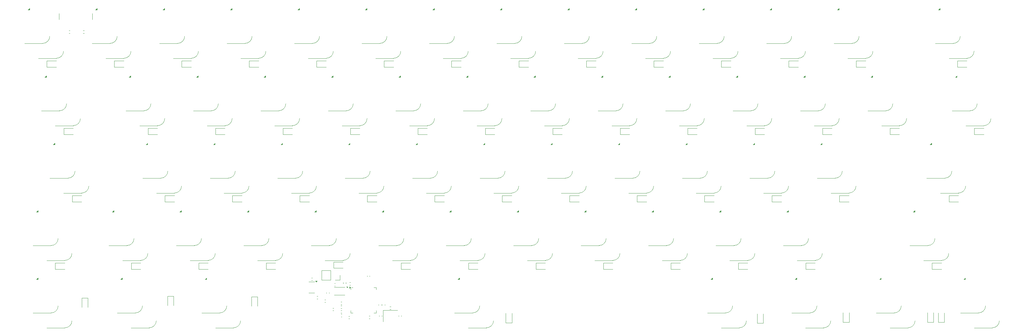
<source format=gbr>
%TF.GenerationSoftware,KiCad,Pcbnew,8.0.3*%
%TF.CreationDate,2024-11-03T20:57:16+08:00*%
%TF.ProjectId,PH60_Rev2,50483630-5f52-4657-9632-2e6b69636164,rev?*%
%TF.SameCoordinates,Original*%
%TF.FileFunction,Legend,Bot*%
%TF.FilePolarity,Positive*%
%FSLAX46Y46*%
G04 Gerber Fmt 4.6, Leading zero omitted, Abs format (unit mm)*
G04 Created by KiCad (PCBNEW 8.0.3) date 2024-11-03 20:57:16*
%MOMM*%
%LPD*%
G01*
G04 APERTURE LIST*
%ADD10C,0.120000*%
G04 APERTURE END LIST*
D10*
%TO.C,S30*%
X71637500Y-78900000D02*
X66537500Y-78900000D01*
X75537500Y-83100000D02*
X70437500Y-83100000D01*
X73637500Y-76900000D02*
G75*
G02*
X71637500Y-78900000I-1999999J-1D01*
G01*
X77537500Y-81100000D02*
G75*
G02*
X75537500Y-83100000I-1999999J-1D01*
G01*
%TO.C,S27*%
X276425000Y-59850000D02*
X271325000Y-59850000D01*
X280325000Y-64050000D02*
X275225000Y-64050000D01*
X278425000Y-57850000D02*
G75*
G02*
X276425000Y-59850000I-1999999J-1D01*
G01*
X282325000Y-62050000D02*
G75*
G02*
X280325000Y-64050000I-1999999J-1D01*
G01*
%TO.C,S42*%
X40681250Y-97950000D02*
X35581250Y-97950000D01*
X44581250Y-102150000D02*
X39481250Y-102150000D01*
X42681250Y-95950000D02*
G75*
G02*
X40681250Y-97950000I-1999999J-1D01*
G01*
X46581250Y-100150000D02*
G75*
G02*
X44581250Y-102150000I-1999999J-1D01*
G01*
%TO.C,S32*%
X109737500Y-78900000D02*
X104637500Y-78900000D01*
X113637500Y-83100000D02*
X108537500Y-83100000D01*
X111737500Y-76900000D02*
G75*
G02*
X109737500Y-78900000I-1999999J-1D01*
G01*
X115637500Y-81100000D02*
G75*
G02*
X113637500Y-83100000I-1999999J-1D01*
G01*
%TO.C,S38*%
X224037500Y-78900000D02*
X218937500Y-78900000D01*
X227937500Y-83100000D02*
X222837500Y-83100000D01*
X226037500Y-76900000D02*
G75*
G02*
X224037500Y-78900000I-1999999J-1D01*
G01*
X229937500Y-81100000D02*
G75*
G02*
X227937500Y-83100000I-1999999J-1D01*
G01*
%TO.C,S35*%
X166887500Y-78900000D02*
X161787500Y-78900000D01*
X170787500Y-83100000D02*
X165687500Y-83100000D01*
X168887500Y-76900000D02*
G75*
G02*
X166887500Y-78900000I-1999999J-1D01*
G01*
X172787500Y-81100000D02*
G75*
G02*
X170787500Y-83100000I-1999999J-1D01*
G01*
%TO.C,S4*%
X95450000Y-40800000D02*
X90350000Y-40800000D01*
X99350000Y-45000000D02*
X94250000Y-45000000D01*
X97450000Y-38800000D02*
G75*
G02*
X95450000Y-40800000I-1999999J-1D01*
G01*
X101350000Y-43000000D02*
G75*
G02*
X99350000Y-45000000I-1999999J-1D01*
G01*
%TO.C,S2*%
X57350000Y-40800000D02*
X52250000Y-40800000D01*
X61250000Y-45000000D02*
X56150000Y-45000000D01*
X59350000Y-38800000D02*
G75*
G02*
X57350000Y-40800000I-1999999J-1D01*
G01*
X63250000Y-43000000D02*
G75*
G02*
X61250000Y-45000000I-1999999J-1D01*
G01*
%TO.C,S22*%
X181175000Y-59850000D02*
X176075000Y-59850000D01*
X185075000Y-64050000D02*
X179975000Y-64050000D01*
X183175000Y-57850000D02*
G75*
G02*
X181175000Y-59850000I-1999999J-1D01*
G01*
X187075000Y-62050000D02*
G75*
G02*
X185075000Y-64050000I-1999999J-1D01*
G01*
%TO.C,S28*%
X300237500Y-59850000D02*
X295137500Y-59850000D01*
X304137500Y-64050000D02*
X299037500Y-64050000D01*
X302237500Y-57850000D02*
G75*
G02*
X300237500Y-59850000I-1999999J-1D01*
G01*
X306137500Y-62050000D02*
G75*
G02*
X304137500Y-64050000I-1999999J-1D01*
G01*
%TO.C,S46*%
X119262500Y-97950000D02*
X114162500Y-97950000D01*
X123162500Y-102150000D02*
X118062500Y-102150000D01*
X121262500Y-95950000D02*
G75*
G02*
X119262500Y-97950000I-1999999J-1D01*
G01*
X125162500Y-100150000D02*
G75*
G02*
X123162500Y-102150000I-1999999J-1D01*
G01*
%TO.C,S1*%
X38300000Y-40800000D02*
X33200000Y-40800000D01*
X42200000Y-45000000D02*
X37100000Y-45000000D01*
X40300000Y-38800000D02*
G75*
G02*
X38300000Y-40800000I-1999999J-1D01*
G01*
X44200000Y-43000000D02*
G75*
G02*
X42200000Y-45000000I-1999999J-1D01*
G01*
%TO.C,S54*%
X288331250Y-97950000D02*
X283231250Y-97950000D01*
X292231250Y-102150000D02*
X287131250Y-102150000D01*
X290331250Y-95950000D02*
G75*
G02*
X288331250Y-97950000I-1999999J-1D01*
G01*
X294231250Y-100150000D02*
G75*
G02*
X292231250Y-102150000I-1999999J-1D01*
G01*
%TO.C,S10*%
X209750000Y-40800000D02*
X204650000Y-40800000D01*
X213650000Y-45000000D02*
X208550000Y-45000000D01*
X211750000Y-38800000D02*
G75*
G02*
X209750000Y-40800000I-1999999J-1D01*
G01*
X215650000Y-43000000D02*
G75*
G02*
X213650000Y-45000000I-1999999J-1D01*
G01*
%TO.C,S34*%
X147837500Y-78900000D02*
X142737500Y-78900000D01*
X151737500Y-83100000D02*
X146637500Y-83100000D01*
X149837500Y-76900000D02*
G75*
G02*
X147837500Y-78900000I-1999999J-1D01*
G01*
X153737500Y-81100000D02*
G75*
G02*
X151737500Y-83100000I-1999999J-1D01*
G01*
%TO.C,S15*%
X43062500Y-59850000D02*
X37962500Y-59850000D01*
X46962500Y-64050000D02*
X41862500Y-64050000D01*
X45062500Y-57850000D02*
G75*
G02*
X43062500Y-59850000I-1999999J-1D01*
G01*
X48962500Y-62050000D02*
G75*
G02*
X46962500Y-64050000I-1999999J-1D01*
G01*
%TO.C,S56*%
X64493750Y-117000000D02*
X59393750Y-117000000D01*
X68393750Y-121200000D02*
X63293750Y-121200000D01*
X66493750Y-115000000D02*
G75*
G02*
X64493750Y-117000000I-1999999J-1D01*
G01*
X70393750Y-119200000D02*
G75*
G02*
X68393750Y-121200000I-1999999J-1D01*
G01*
%TO.C,S20*%
X143075000Y-59850000D02*
X137975000Y-59850000D01*
X146975000Y-64050000D02*
X141875000Y-64050000D01*
X145075000Y-57850000D02*
G75*
G02*
X143075000Y-59850000I-1999999J-1D01*
G01*
X148975000Y-62050000D02*
G75*
G02*
X146975000Y-64050000I-1999999J-1D01*
G01*
%TO.C,S17*%
X85925000Y-59850000D02*
X80825000Y-59850000D01*
X89825000Y-64050000D02*
X84725000Y-64050000D01*
X87925000Y-57850000D02*
G75*
G02*
X85925000Y-59850000I-1999999J-1D01*
G01*
X91825000Y-62050000D02*
G75*
G02*
X89825000Y-64050000I-1999999J-1D01*
G01*
%TO.C,S31*%
X90687500Y-78900000D02*
X85587500Y-78900000D01*
X94587500Y-83100000D02*
X89487500Y-83100000D01*
X92687500Y-76900000D02*
G75*
G02*
X90687500Y-78900000I-1999999J-1D01*
G01*
X96587500Y-81100000D02*
G75*
G02*
X94587500Y-83100000I-1999999J-1D01*
G01*
%TO.C,S48*%
X157362500Y-97950000D02*
X152262500Y-97950000D01*
X161262500Y-102150000D02*
X156162500Y-102150000D01*
X159362500Y-95950000D02*
G75*
G02*
X157362500Y-97950000I-1999999J-1D01*
G01*
X163262500Y-100150000D02*
G75*
G02*
X161262500Y-102150000I-1999999J-1D01*
G01*
%TO.C,S51*%
X214512500Y-97950000D02*
X209412500Y-97950000D01*
X218412500Y-102150000D02*
X213312500Y-102150000D01*
X216512500Y-95950000D02*
G75*
G02*
X214512500Y-97950000I-1999999J-1D01*
G01*
X220412500Y-100150000D02*
G75*
G02*
X218412500Y-102150000I-1999999J-1D01*
G01*
%TO.C,S23*%
X200225000Y-59850000D02*
X195125000Y-59850000D01*
X204125000Y-64050000D02*
X199025000Y-64050000D01*
X202225000Y-57850000D02*
G75*
G02*
X200225000Y-59850000I-1999999J-1D01*
G01*
X206125000Y-62050000D02*
G75*
G02*
X204125000Y-64050000I-1999999J-1D01*
G01*
%TO.C,S50*%
X195462500Y-97950000D02*
X190362500Y-97950000D01*
X199362500Y-102150000D02*
X194262500Y-102150000D01*
X197462500Y-95950000D02*
G75*
G02*
X195462500Y-97950000I-1999999J-1D01*
G01*
X201362500Y-100150000D02*
G75*
G02*
X199362500Y-102150000I-1999999J-1D01*
G01*
%TO.C,S18*%
X104975000Y-59850000D02*
X99875000Y-59850000D01*
X108875000Y-64050000D02*
X103775000Y-64050000D01*
X106975000Y-57850000D02*
G75*
G02*
X104975000Y-59850000I-1999999J-1D01*
G01*
X110875000Y-62050000D02*
G75*
G02*
X108875000Y-64050000I-1999999J-1D01*
G01*
%TO.C,S33*%
X128787500Y-78900000D02*
X123687500Y-78900000D01*
X132687500Y-83100000D02*
X127587500Y-83100000D01*
X130787500Y-76900000D02*
G75*
G02*
X128787500Y-78900000I-1999999J-1D01*
G01*
X134687500Y-81100000D02*
G75*
G02*
X132687500Y-83100000I-1999999J-1D01*
G01*
%TO.C,S61*%
X278806250Y-117000000D02*
X273706250Y-117000000D01*
X282706250Y-121200000D02*
X277606250Y-121200000D01*
X280806250Y-115000000D02*
G75*
G02*
X278806250Y-117000000I-1999999J-1D01*
G01*
X284706250Y-119200000D02*
G75*
G02*
X282706250Y-121200000I-1999999J-1D01*
G01*
%TO.C,S16*%
X66875000Y-59850000D02*
X61775000Y-59850000D01*
X70775000Y-64050000D02*
X65675000Y-64050000D01*
X68875000Y-57850000D02*
G75*
G02*
X66875000Y-59850000I-1999999J-1D01*
G01*
X72775000Y-62050000D02*
G75*
G02*
X70775000Y-64050000I-1999999J-1D01*
G01*
%TO.C,S60*%
X254993750Y-117000000D02*
X249893750Y-117000000D01*
X258893750Y-121200000D02*
X253793750Y-121200000D01*
X256993750Y-115000000D02*
G75*
G02*
X254993750Y-117000000I-1999999J-1D01*
G01*
X260893750Y-119200000D02*
G75*
G02*
X258893750Y-121200000I-1999999J-1D01*
G01*
%TO.C,S58*%
X159743750Y-117000000D02*
X154643750Y-117000000D01*
X163643750Y-121200000D02*
X158543750Y-121200000D01*
X161743750Y-115000000D02*
G75*
G02*
X159743750Y-117000000I-1999999J-1D01*
G01*
X165643750Y-119200000D02*
G75*
G02*
X163643750Y-121200000I-1999999J-1D01*
G01*
%TO.C,S24*%
X219275000Y-59850000D02*
X214175000Y-59850000D01*
X223175000Y-64050000D02*
X218075000Y-64050000D01*
X221275000Y-57850000D02*
G75*
G02*
X219275000Y-59850000I-1999999J-1D01*
G01*
X225175000Y-62050000D02*
G75*
G02*
X223175000Y-64050000I-1999999J-1D01*
G01*
%TO.C,S29*%
X45443750Y-78900000D02*
X40343750Y-78900000D01*
X49343750Y-83100000D02*
X44243750Y-83100000D01*
X47443750Y-76900000D02*
G75*
G02*
X45443750Y-78900000I-1999999J-1D01*
G01*
X51343750Y-81100000D02*
G75*
G02*
X49343750Y-83100000I-1999999J-1D01*
G01*
%TO.C,S37*%
X204987500Y-78900000D02*
X199887500Y-78900000D01*
X208887500Y-83100000D02*
X203787500Y-83100000D01*
X206987500Y-76900000D02*
G75*
G02*
X204987500Y-78900000I-1999999J-1D01*
G01*
X210887500Y-81100000D02*
G75*
G02*
X208887500Y-83100000I-1999999J-1D01*
G01*
%TO.C,S43*%
X62112500Y-97950000D02*
X57012500Y-97950000D01*
X66012500Y-102150000D02*
X60912500Y-102150000D01*
X64112500Y-95950000D02*
G75*
G02*
X62112500Y-97950000I-1999999J-1D01*
G01*
X68012500Y-100150000D02*
G75*
G02*
X66012500Y-102150000I-1999999J-1D01*
G01*
%TO.C,S3*%
X76400000Y-40800000D02*
X71300000Y-40800000D01*
X80300000Y-45000000D02*
X75200000Y-45000000D01*
X78400000Y-38800000D02*
G75*
G02*
X76400000Y-40800000I-1999999J-1D01*
G01*
X82300000Y-43000000D02*
G75*
G02*
X80300000Y-45000000I-1999999J-1D01*
G01*
%TO.C,S36*%
X185937500Y-78900000D02*
X180837500Y-78900000D01*
X189837500Y-83100000D02*
X184737500Y-83100000D01*
X187937500Y-76900000D02*
G75*
G02*
X185937500Y-78900000I-1999999J-1D01*
G01*
X191837500Y-81100000D02*
G75*
G02*
X189837500Y-83100000I-1999999J-1D01*
G01*
%TO.C,S6*%
X133550000Y-40800000D02*
X128450000Y-40800000D01*
X137450000Y-45000000D02*
X132350000Y-45000000D01*
X135550000Y-38800000D02*
G75*
G02*
X133550000Y-40800000I-1999999J-1D01*
G01*
X139450000Y-43000000D02*
G75*
G02*
X137450000Y-45000000I-1999999J-1D01*
G01*
%TO.C,S55*%
X40681250Y-117000000D02*
X35581250Y-117000000D01*
X44581250Y-121200000D02*
X39481250Y-121200000D01*
X42681250Y-115000000D02*
G75*
G02*
X40681250Y-117000000I-1999999J-1D01*
G01*
X46581250Y-119200000D02*
G75*
G02*
X44581250Y-121200000I-1999999J-1D01*
G01*
%TO.C,S25*%
X238325000Y-59850000D02*
X233225000Y-59850000D01*
X242225000Y-64050000D02*
X237125000Y-64050000D01*
X240325000Y-57850000D02*
G75*
G02*
X238325000Y-59850000I-1999999J-1D01*
G01*
X244225000Y-62050000D02*
G75*
G02*
X242225000Y-64050000I-1999999J-1D01*
G01*
%TO.C,S9*%
X190700000Y-40800000D02*
X185600000Y-40800000D01*
X194600000Y-45000000D02*
X189500000Y-45000000D01*
X192700000Y-38800000D02*
G75*
G02*
X190700000Y-40800000I-1999999J-1D01*
G01*
X196600000Y-43000000D02*
G75*
G02*
X194600000Y-45000000I-1999999J-1D01*
G01*
%TO.C,S26*%
X257375000Y-59850000D02*
X252275000Y-59850000D01*
X261275000Y-64050000D02*
X256175000Y-64050000D01*
X259375000Y-57850000D02*
G75*
G02*
X257375000Y-59850000I-1999999J-1D01*
G01*
X263275000Y-62050000D02*
G75*
G02*
X261275000Y-64050000I-1999999J-1D01*
G01*
%TO.C,S11*%
X228800000Y-40800000D02*
X223700000Y-40800000D01*
X232700000Y-45000000D02*
X227600000Y-45000000D01*
X230800000Y-38800000D02*
G75*
G02*
X228800000Y-40800000I-1999999J-1D01*
G01*
X234700000Y-43000000D02*
G75*
G02*
X232700000Y-45000000I-1999999J-1D01*
G01*
%TO.C,S59*%
X231181250Y-117000000D02*
X226081250Y-117000000D01*
X235081250Y-121200000D02*
X229981250Y-121200000D01*
X233181250Y-115000000D02*
G75*
G02*
X231181250Y-117000000I-1999999J-1D01*
G01*
X237081250Y-119200000D02*
G75*
G02*
X235081250Y-121200000I-1999999J-1D01*
G01*
%TO.C,S53*%
X252612500Y-97950000D02*
X247512500Y-97950000D01*
X256512500Y-102150000D02*
X251412500Y-102150000D01*
X254612500Y-95950000D02*
G75*
G02*
X252612500Y-97950000I-1999999J-1D01*
G01*
X258512500Y-100150000D02*
G75*
G02*
X256512500Y-102150000I-1999999J-1D01*
G01*
%TO.C,S12*%
X247850000Y-40800000D02*
X242750000Y-40800000D01*
X251750000Y-45000000D02*
X246650000Y-45000000D01*
X249850000Y-38800000D02*
G75*
G02*
X247850000Y-40800000I-1999999J-1D01*
G01*
X253750000Y-43000000D02*
G75*
G02*
X251750000Y-45000000I-1999999J-1D01*
G01*
%TO.C,S57*%
X88306250Y-117000000D02*
X83206250Y-117000000D01*
X92206250Y-121200000D02*
X87106250Y-121200000D01*
X90306250Y-115000000D02*
G75*
G02*
X88306250Y-117000000I-1999999J-1D01*
G01*
X94206250Y-119200000D02*
G75*
G02*
X92206250Y-121200000I-1999999J-1D01*
G01*
%TO.C,S8*%
X171650000Y-40800000D02*
X166550000Y-40800000D01*
X175550000Y-45000000D02*
X170450000Y-45000000D01*
X173650000Y-38800000D02*
G75*
G02*
X171650000Y-40800000I-1999999J-1D01*
G01*
X177550000Y-43000000D02*
G75*
G02*
X175550000Y-45000000I-1999999J-1D01*
G01*
%TO.C,S13*%
X266900000Y-40800000D02*
X261800000Y-40800000D01*
X270800000Y-45000000D02*
X265700000Y-45000000D01*
X268900000Y-38800000D02*
G75*
G02*
X266900000Y-40800000I-1999999J-1D01*
G01*
X272800000Y-43000000D02*
G75*
G02*
X270800000Y-45000000I-1999999J-1D01*
G01*
%TO.C,S14*%
X295475000Y-40800000D02*
X290375000Y-40800000D01*
X299375000Y-45000000D02*
X294275000Y-45000000D01*
X297475000Y-38800000D02*
G75*
G02*
X295475000Y-40800000I-1999999J-1D01*
G01*
X301375000Y-43000000D02*
G75*
G02*
X299375000Y-45000000I-1999999J-1D01*
G01*
%TO.C,S21*%
X162125000Y-59850000D02*
X157025000Y-59850000D01*
X166025000Y-64050000D02*
X160925000Y-64050000D01*
X164125000Y-57850000D02*
G75*
G02*
X162125000Y-59850000I-1999999J-1D01*
G01*
X168025000Y-62050000D02*
G75*
G02*
X166025000Y-64050000I-1999999J-1D01*
G01*
%TO.C,S19*%
X124025000Y-59850000D02*
X118925000Y-59850000D01*
X127925000Y-64050000D02*
X122825000Y-64050000D01*
X126025000Y-57850000D02*
G75*
G02*
X124025000Y-59850000I-1999999J-1D01*
G01*
X129925000Y-62050000D02*
G75*
G02*
X127925000Y-64050000I-1999999J-1D01*
G01*
%TO.C,S5*%
X114500000Y-40800000D02*
X109400000Y-40800000D01*
X118400000Y-45000000D02*
X113300000Y-45000000D01*
X116500000Y-38800000D02*
G75*
G02*
X114500000Y-40800000I-1999999J-1D01*
G01*
X120400000Y-43000000D02*
G75*
G02*
X118400000Y-45000000I-1999999J-1D01*
G01*
%TO.C,S45*%
X100212500Y-97950000D02*
X95112500Y-97950000D01*
X104112500Y-102150000D02*
X99012500Y-102150000D01*
X102212500Y-95950000D02*
G75*
G02*
X100212500Y-97950000I-1999999J-1D01*
G01*
X106112500Y-100150000D02*
G75*
G02*
X104112500Y-102150000I-1999999J-1D01*
G01*
%TO.C,S62*%
X302618750Y-117000000D02*
X297518750Y-117000000D01*
X306518750Y-121200000D02*
X301418750Y-121200000D01*
X304618750Y-115000000D02*
G75*
G02*
X302618750Y-117000000I-1999999J-1D01*
G01*
X308518750Y-119200000D02*
G75*
G02*
X306518750Y-121200000I-1999999J-1D01*
G01*
%TO.C,S52*%
X233562500Y-97950000D02*
X228462500Y-97950000D01*
X237462500Y-102150000D02*
X232362500Y-102150000D01*
X235562500Y-95950000D02*
G75*
G02*
X233562500Y-97950000I-1999999J-1D01*
G01*
X239462500Y-100150000D02*
G75*
G02*
X237462500Y-102150000I-1999999J-1D01*
G01*
%TO.C,S7*%
X152600000Y-40800000D02*
X147500000Y-40800000D01*
X156500000Y-45000000D02*
X151400000Y-45000000D01*
X154600000Y-38800000D02*
G75*
G02*
X152600000Y-40800000I-1999999J-1D01*
G01*
X158500000Y-43000000D02*
G75*
G02*
X156500000Y-45000000I-1999999J-1D01*
G01*
%TO.C,S41*%
X293093750Y-78900000D02*
X287993750Y-78900000D01*
X296993750Y-83100000D02*
X291893750Y-83100000D01*
X295093750Y-76900000D02*
G75*
G02*
X293093750Y-78900000I-1999999J-1D01*
G01*
X298993750Y-81100000D02*
G75*
G02*
X296993750Y-83100000I-1999999J-1D01*
G01*
%TO.C,S49*%
X176412500Y-97950000D02*
X171312500Y-97950000D01*
X180312500Y-102150000D02*
X175212500Y-102150000D01*
X178412500Y-95950000D02*
G75*
G02*
X176412500Y-97950000I-1999999J-1D01*
G01*
X182312500Y-100150000D02*
G75*
G02*
X180312500Y-102150000I-1999999J-1D01*
G01*
%TO.C,S44*%
X81162500Y-97950000D02*
X76062500Y-97950000D01*
X85062500Y-102150000D02*
X79962500Y-102150000D01*
X83162500Y-95950000D02*
G75*
G02*
X81162500Y-97950000I-1999999J-1D01*
G01*
X87062500Y-100150000D02*
G75*
G02*
X85062500Y-102150000I-1999999J-1D01*
G01*
%TO.C,S39*%
X243087500Y-78900000D02*
X237987500Y-78900000D01*
X246987500Y-83100000D02*
X241887500Y-83100000D01*
X245087500Y-76900000D02*
G75*
G02*
X243087500Y-78900000I-1999999J-1D01*
G01*
X248987500Y-81100000D02*
G75*
G02*
X246987500Y-83100000I-1999999J-1D01*
G01*
%TO.C,S40*%
X262137500Y-78900000D02*
X257037500Y-78900000D01*
X266037500Y-83100000D02*
X260937500Y-83100000D01*
X264137500Y-76900000D02*
G75*
G02*
X262137500Y-78900000I-1999999J-1D01*
G01*
X268037500Y-81100000D02*
G75*
G02*
X266037500Y-83100000I-1999999J-1D01*
G01*
%TO.C,S47*%
X138312500Y-97950000D02*
X133212500Y-97950000D01*
X142212500Y-102150000D02*
X137112500Y-102150000D01*
X140312500Y-95950000D02*
G75*
G02*
X138312500Y-97950000I-1999999J-1D01*
G01*
X144212500Y-100150000D02*
G75*
G02*
X142212500Y-102150000I-1999999J-1D01*
G01*
%TO.C,D21*%
X163314999Y-64800000D02*
X163314999Y-66500000D01*
X165974999Y-64800000D02*
X163314999Y-64800000D01*
X165974999Y-66500000D02*
X163314999Y-66500000D01*
%TO.C,RGB20*%
X139375000Y-50400000D02*
X138895000Y-50400000D01*
X139375000Y-49920000D01*
X139375000Y-50400000D01*
G36*
X139375000Y-50400000D02*
G01*
X138895000Y-50400000D01*
X139375000Y-49920000D01*
X139375000Y-50400000D01*
G37*
%TO.C,C13*%
X124717164Y-117915000D02*
X124932836Y-117915000D01*
X124717164Y-118635000D02*
X124932836Y-118635000D01*
%TO.C,C3*%
X133377500Y-117957836D02*
X133377500Y-117742164D01*
X134097500Y-117957836D02*
X134097500Y-117742164D01*
%TO.C,D46*%
X120475000Y-102585000D02*
X120475000Y-104285000D01*
X123135000Y-102585000D02*
X120475000Y-102585000D01*
X123135000Y-104285000D02*
X120475000Y-104285000D01*
%TO.C,D55*%
X49375000Y-115435000D02*
X49375000Y-112775000D01*
X51075000Y-112775000D02*
X49375000Y-112775000D01*
X51075000Y-115435000D02*
X51075000Y-112775000D01*
%TO.C,RGB58*%
X156043750Y-107550000D02*
X155563750Y-107550000D01*
X156043750Y-107070000D01*
X156043750Y-107550000D01*
G36*
X156043750Y-107550000D02*
G01*
X155563750Y-107550000D01*
X156043750Y-107070000D01*
X156043750Y-107550000D01*
G37*
%TO.C,RGB14*%
X291775000Y-31350000D02*
X291295000Y-31350000D01*
X291775000Y-30870000D01*
X291775000Y-31350000D01*
G36*
X291775000Y-31350000D02*
G01*
X291295000Y-31350000D01*
X291775000Y-30870000D01*
X291775000Y-31350000D01*
G37*
%TO.C,C8*%
X120267164Y-115640000D02*
X120482836Y-115640000D01*
X120267164Y-116360000D02*
X120482836Y-116360000D01*
%TO.C,C18*%
X115957836Y-112265000D02*
X115742164Y-112265000D01*
X115957836Y-112985000D02*
X115742164Y-112985000D01*
%TO.C,U1*%
X113487500Y-108215000D02*
X114287500Y-108215000D01*
X113487500Y-111335000D02*
X114287500Y-111335000D01*
X115087500Y-108215000D02*
X114287500Y-108215000D01*
X115087500Y-111335000D02*
X114287500Y-111335000D01*
X115587500Y-108265000D02*
X115347500Y-107935000D01*
X115827500Y-107935000D01*
X115587500Y-108265000D01*
G36*
X115587500Y-108265000D02*
G01*
X115347500Y-107935000D01*
X115827500Y-107935000D01*
X115587500Y-108265000D01*
G37*
%TO.C,RGB55*%
X36981250Y-107550000D02*
X36501250Y-107550000D01*
X36981250Y-107070000D01*
X36981250Y-107550000D01*
G36*
X36981250Y-107550000D02*
G01*
X36501250Y-107550000D01*
X36981250Y-107070000D01*
X36981250Y-107550000D01*
G37*
%TO.C,D7*%
X153789999Y-45750000D02*
X153789999Y-47450000D01*
X156449999Y-45750000D02*
X153789999Y-45750000D01*
X156449999Y-47450000D02*
X153789999Y-47450000D01*
%TO.C,U3*%
X125290000Y-110090000D02*
X125290000Y-110440000D01*
X125290000Y-117010000D02*
X125290000Y-116360000D01*
X125530000Y-109790000D02*
X125940000Y-109790000D01*
X125940000Y-117010000D02*
X125290000Y-117010000D01*
X131860000Y-109790000D02*
X132510000Y-109790000D01*
X131860000Y-117010000D02*
X132510000Y-117010000D01*
X132510000Y-109790000D02*
X132510000Y-110440000D01*
X132510000Y-117010000D02*
X132510000Y-116360000D01*
X125290000Y-109790000D02*
X124960000Y-110030000D01*
X124960000Y-109550000D01*
X125290000Y-109790000D01*
G36*
X125290000Y-109790000D02*
G01*
X124960000Y-110030000D01*
X124960000Y-109550000D01*
X125290000Y-109790000D01*
G37*
%TO.C,D15*%
X44252499Y-64800000D02*
X44252499Y-66500000D01*
X46912499Y-64800000D02*
X44252499Y-64800000D01*
X46912499Y-66500000D02*
X44252499Y-66500000D01*
%TO.C,RGB57*%
X84606250Y-107550000D02*
X84126250Y-107550000D01*
X84606250Y-107070000D01*
X84606250Y-107550000D01*
G36*
X84606250Y-107550000D02*
G01*
X84126250Y-107550000D01*
X84606250Y-107070000D01*
X84606250Y-107550000D01*
G37*
%TO.C,RGB38*%
X220337500Y-69450000D02*
X219857500Y-69450000D01*
X220337500Y-68970000D01*
X220337500Y-69450000D01*
G36*
X220337500Y-69450000D02*
G01*
X219857500Y-69450000D01*
X220337500Y-68970000D01*
X220337500Y-69450000D01*
G37*
%TO.C,RGB37*%
X201287500Y-69450000D02*
X200807500Y-69450000D01*
X201287500Y-68970000D01*
X201287500Y-69450000D01*
G36*
X201287500Y-69450000D02*
G01*
X200807500Y-69450000D01*
X201287500Y-68970000D01*
X201287500Y-69450000D01*
G37*
%TO.C,D43*%
X63302499Y-102900000D02*
X63302499Y-104600000D01*
X65962499Y-102900000D02*
X63302499Y-102900000D01*
X65962499Y-104600000D02*
X63302499Y-104600000D01*
%TO.C,D22*%
X182364999Y-64800000D02*
X182364999Y-66500000D01*
X185024999Y-64800000D02*
X182364999Y-64800000D01*
X185024999Y-66500000D02*
X182364999Y-66500000D01*
%TO.C,D44*%
X82352499Y-102900000D02*
X82352499Y-104600000D01*
X85012499Y-102900000D02*
X82352499Y-102900000D01*
X85012499Y-104600000D02*
X82352499Y-104600000D01*
%TO.C,R5*%
X136641141Y-115220000D02*
X136333859Y-115220000D01*
X136641141Y-115980000D02*
X136333859Y-115980000D01*
%TO.C,RGB52*%
X229862500Y-88500000D02*
X229382500Y-88500000D01*
X229862500Y-88020000D01*
X229862500Y-88500000D01*
G36*
X229862500Y-88500000D02*
G01*
X229382500Y-88500000D01*
X229862500Y-88020000D01*
X229862500Y-88500000D01*
G37*
%TO.C,R7*%
X50038641Y-37195000D02*
X49731359Y-37195000D01*
X50038641Y-37955000D02*
X49731359Y-37955000D01*
%TO.C,D58*%
X169125000Y-117115000D02*
X169125000Y-119775000D01*
X169125000Y-119775000D02*
X170825000Y-119775000D01*
X170825000Y-117115000D02*
X170825000Y-119775000D01*
%TO.C,D20*%
X144264999Y-64800000D02*
X144264999Y-66500000D01*
X146924999Y-64800000D02*
X144264999Y-64800000D01*
X146924999Y-66500000D02*
X144264999Y-66500000D01*
%TO.C,RGB3*%
X72700000Y-31350000D02*
X72220000Y-31350000D01*
X72700000Y-30870000D01*
X72700000Y-31350000D01*
G36*
X72700000Y-31350000D02*
G01*
X72220000Y-31350000D01*
X72700000Y-30870000D01*
X72700000Y-31350000D01*
G37*
%TO.C,RGB60*%
X251293750Y-107550000D02*
X250813750Y-107550000D01*
X251293750Y-107070000D01*
X251293750Y-107550000D01*
G36*
X251293750Y-107550000D02*
G01*
X250813750Y-107550000D01*
X251293750Y-107070000D01*
X251293750Y-107550000D01*
G37*
%TO.C,RGB5*%
X110800000Y-31350000D02*
X110320000Y-31350000D01*
X110800000Y-30870000D01*
X110800000Y-31350000D01*
G36*
X110800000Y-31350000D02*
G01*
X110320000Y-31350000D01*
X110800000Y-30870000D01*
X110800000Y-31350000D01*
G37*
%TO.C,RGB16*%
X63175000Y-50400000D02*
X62695000Y-50400000D01*
X63175000Y-49920000D01*
X63175000Y-50400000D01*
G36*
X63175000Y-50400000D02*
G01*
X62695000Y-50400000D01*
X63175000Y-49920000D01*
X63175000Y-50400000D01*
G37*
%TO.C,D19*%
X125214999Y-64800000D02*
X125214999Y-66500000D01*
X127874999Y-64800000D02*
X125214999Y-64800000D01*
X127874999Y-66500000D02*
X125214999Y-66500000D01*
%TO.C,C16*%
X117979664Y-113240000D02*
X118195336Y-113240000D01*
X117979664Y-113960000D02*
X118195336Y-113960000D01*
%TO.C,D4*%
X96639999Y-45750000D02*
X96639999Y-47450000D01*
X99299999Y-45750000D02*
X96639999Y-45750000D01*
X99299999Y-47450000D02*
X96639999Y-47450000D01*
%TO.C,D13*%
X268089999Y-45750000D02*
X268089999Y-47450000D01*
X270749999Y-45750000D02*
X268089999Y-45750000D01*
X270749999Y-47450000D02*
X268089999Y-47450000D01*
%TO.C,D29*%
X46633749Y-83850000D02*
X46633749Y-85550000D01*
X49293749Y-83850000D02*
X46633749Y-83850000D01*
X49293749Y-85550000D02*
X46633749Y-85550000D01*
%TO.C,RGB24*%
X215575000Y-50400000D02*
X215095000Y-50400000D01*
X215575000Y-49920000D01*
X215575000Y-50400000D01*
G36*
X215575000Y-50400000D02*
G01*
X215095000Y-50400000D01*
X215575000Y-49920000D01*
X215575000Y-50400000D01*
G37*
%TO.C,D11*%
X229989999Y-45750000D02*
X229989999Y-47450000D01*
X232649999Y-45750000D02*
X229989999Y-45750000D01*
X232649999Y-47450000D02*
X229989999Y-47450000D01*
%TO.C,C5*%
X120945336Y-108640000D02*
X120729664Y-108640000D01*
X120945336Y-109360000D02*
X120729664Y-109360000D01*
%TO.C,RGB18*%
X101275000Y-50400000D02*
X100795000Y-50400000D01*
X101275000Y-49920000D01*
X101275000Y-50400000D01*
G36*
X101275000Y-50400000D02*
G01*
X100795000Y-50400000D01*
X101275000Y-49920000D01*
X101275000Y-50400000D01*
G37*
%TO.C,RGB27*%
X272725000Y-50400000D02*
X272245000Y-50400000D01*
X272725000Y-49920000D01*
X272725000Y-50400000D01*
G36*
X272725000Y-50400000D02*
G01*
X272245000Y-50400000D01*
X272725000Y-49920000D01*
X272725000Y-50400000D01*
G37*
%TO.C,RGB34*%
X144137500Y-69450000D02*
X143657500Y-69450000D01*
X144137500Y-68970000D01*
X144137500Y-69450000D01*
G36*
X144137500Y-69450000D02*
G01*
X143657500Y-69450000D01*
X144137500Y-68970000D01*
X144137500Y-69450000D01*
G37*
%TO.C,RGB47*%
X134612500Y-88500000D02*
X134132500Y-88500000D01*
X134612500Y-88020000D01*
X134612500Y-88500000D01*
G36*
X134612500Y-88500000D02*
G01*
X134132500Y-88500000D01*
X134612500Y-88020000D01*
X134612500Y-88500000D01*
G37*
%TO.C,C9*%
X130695336Y-117890000D02*
X130479664Y-117890000D01*
X130695336Y-118610000D02*
X130479664Y-118610000D01*
%TO.C,D2*%
X58539999Y-45750000D02*
X58539999Y-47450000D01*
X61199999Y-45750000D02*
X58539999Y-45750000D01*
X61199999Y-47450000D02*
X58539999Y-47450000D01*
%TO.C,RGB29*%
X41743750Y-69450000D02*
X41263750Y-69450000D01*
X41743750Y-68970000D01*
X41743750Y-69450000D01*
G36*
X41743750Y-69450000D02*
G01*
X41263750Y-69450000D01*
X41743750Y-68970000D01*
X41743750Y-69450000D01*
G37*
%TO.C,RGB7*%
X148900000Y-31350000D02*
X148420000Y-31350000D01*
X148900000Y-30870000D01*
X148900000Y-31350000D01*
G36*
X148900000Y-31350000D02*
G01*
X148420000Y-31350000D01*
X148900000Y-30870000D01*
X148900000Y-31350000D01*
G37*
%TO.C,D34*%
X149027499Y-83850000D02*
X149027499Y-85550000D01*
X151687499Y-83850000D02*
X149027499Y-83850000D01*
X151687499Y-85550000D02*
X149027499Y-85550000D01*
%TO.C,RGB48*%
X153662500Y-88500000D02*
X153182500Y-88500000D01*
X153662500Y-88020000D01*
X153662500Y-88500000D01*
G36*
X153662500Y-88500000D02*
G01*
X153182500Y-88500000D01*
X153662500Y-88020000D01*
X153662500Y-88500000D01*
G37*
%TO.C,D27*%
X277614999Y-64800000D02*
X277614999Y-66500000D01*
X280274999Y-64800000D02*
X277614999Y-64800000D01*
X280274999Y-66500000D02*
X277614999Y-66500000D01*
%TO.C,RGB4*%
X91750000Y-31350000D02*
X91270000Y-31350000D01*
X91750000Y-30870000D01*
X91750000Y-31350000D01*
G36*
X91750000Y-31350000D02*
G01*
X91270000Y-31350000D01*
X91750000Y-30870000D01*
X91750000Y-31350000D01*
G37*
%TO.C,RGB17*%
X82225000Y-50400000D02*
X81745000Y-50400000D01*
X82225000Y-49920000D01*
X82225000Y-50400000D01*
G36*
X82225000Y-50400000D02*
G01*
X81745000Y-50400000D01*
X82225000Y-49920000D01*
X82225000Y-50400000D01*
G37*
%TO.C,RGB9*%
X187000000Y-31350000D02*
X186520000Y-31350000D01*
X187000000Y-30870000D01*
X187000000Y-31350000D01*
G36*
X187000000Y-31350000D02*
G01*
X186520000Y-31350000D01*
X187000000Y-30870000D01*
X187000000Y-31350000D01*
G37*
%TO.C,RGB59*%
X227481250Y-107550000D02*
X227001250Y-107550000D01*
X227481250Y-107070000D01*
X227481250Y-107550000D01*
G36*
X227481250Y-107550000D02*
G01*
X227001250Y-107550000D01*
X227481250Y-107070000D01*
X227481250Y-107550000D01*
G37*
%TO.C,R3*%
X122798641Y-113905000D02*
X122491359Y-113905000D01*
X122798641Y-114665000D02*
X122491359Y-114665000D01*
%TO.C,D18*%
X106164999Y-64800000D02*
X106164999Y-66500000D01*
X108824999Y-64800000D02*
X106164999Y-64800000D01*
X108824999Y-66500000D02*
X106164999Y-66500000D01*
%TO.C,D30*%
X72827499Y-83850000D02*
X72827499Y-85550000D01*
X75487499Y-83850000D02*
X72827499Y-83850000D01*
X75487499Y-85550000D02*
X72827499Y-85550000D01*
%TO.C,D57*%
X97315000Y-115087500D02*
X97315000Y-112427500D01*
X99015000Y-112427500D02*
X97315000Y-112427500D01*
X99015000Y-115087500D02*
X99015000Y-112427500D01*
%TO.C,D45*%
X101402499Y-102900000D02*
X101402499Y-104600000D01*
X104062499Y-102900000D02*
X101402499Y-102900000D01*
X104062499Y-104600000D02*
X101402499Y-104600000D01*
%TO.C,RGB35*%
X163187500Y-69450000D02*
X162707500Y-69450000D01*
X163187500Y-68970000D01*
X163187500Y-69450000D01*
G36*
X163187500Y-69450000D02*
G01*
X162707500Y-69450000D01*
X163187500Y-68970000D01*
X163187500Y-69450000D01*
G37*
%TO.C,C14*%
X124979664Y-108390000D02*
X125195336Y-108390000D01*
X124979664Y-109110000D02*
X125195336Y-109110000D01*
%TO.C,C10*%
X122542164Y-116315000D02*
X122757836Y-116315000D01*
X122542164Y-117035000D02*
X122757836Y-117035000D01*
%TO.C,D31*%
X91877499Y-83850000D02*
X91877499Y-85550000D01*
X94537499Y-83850000D02*
X91877499Y-83850000D01*
X94537499Y-85550000D02*
X91877499Y-85550000D01*
%TO.C,D61*%
X288205000Y-116942500D02*
X288205000Y-119602500D01*
X288205000Y-119602500D02*
X289905000Y-119602500D01*
X289905000Y-116942500D02*
X289905000Y-119602500D01*
%TO.C,R6*%
X45711359Y-37195000D02*
X46018641Y-37195000D01*
X45711359Y-37955000D02*
X46018641Y-37955000D01*
%TO.C,D16*%
X68064999Y-64800000D02*
X68064999Y-66500000D01*
X70724999Y-64800000D02*
X68064999Y-64800000D01*
X70724999Y-66500000D02*
X68064999Y-66500000D01*
%TO.C,RGB46*%
X115562500Y-88500000D02*
X115082500Y-88500000D01*
X115562500Y-88020000D01*
X115562500Y-88500000D01*
G36*
X115562500Y-88500000D02*
G01*
X115082500Y-88500000D01*
X115562500Y-88020000D01*
X115562500Y-88500000D01*
G37*
%TO.C,D6*%
X134739999Y-45750000D02*
X134739999Y-47450000D01*
X137399999Y-45750000D02*
X134739999Y-45750000D01*
X137399999Y-47450000D02*
X134739999Y-47450000D01*
%TO.C,D48*%
X158552499Y-102900000D02*
X158552499Y-104600000D01*
X161212499Y-102900000D02*
X158552499Y-102900000D01*
X161212499Y-104600000D02*
X158552499Y-104600000D01*
%TO.C,RGB44*%
X77462500Y-88500000D02*
X76982500Y-88500000D01*
X77462500Y-88020000D01*
X77462500Y-88500000D01*
G36*
X77462500Y-88500000D02*
G01*
X76982500Y-88500000D01*
X77462500Y-88020000D01*
X77462500Y-88500000D01*
G37*
%TO.C,RGB23*%
X196525000Y-50400000D02*
X196045000Y-50400000D01*
X196525000Y-49920000D01*
X196525000Y-50400000D01*
G36*
X196525000Y-50400000D02*
G01*
X196045000Y-50400000D01*
X196525000Y-49920000D01*
X196525000Y-50400000D01*
G37*
%TO.C,RGB50*%
X191762500Y-88500000D02*
X191282500Y-88500000D01*
X191762500Y-88020000D01*
X191762500Y-88500000D01*
G36*
X191762500Y-88500000D02*
G01*
X191282500Y-88500000D01*
X191762500Y-88020000D01*
X191762500Y-88500000D01*
G37*
%TO.C,RGB33*%
X125087500Y-69450000D02*
X124607500Y-69450000D01*
X125087500Y-68970000D01*
X125087500Y-69450000D01*
G36*
X125087500Y-69450000D02*
G01*
X124607500Y-69450000D01*
X125087500Y-68970000D01*
X125087500Y-69450000D01*
G37*
%TO.C,J2*%
X117070000Y-104995000D02*
X117070000Y-107655000D01*
X117070000Y-104995000D02*
X119670000Y-104995000D01*
X117070000Y-107655000D02*
X119670000Y-107655000D01*
X119670000Y-104995000D02*
X119670000Y-107655000D01*
X122270000Y-106325000D02*
X122270000Y-107655000D01*
X122270000Y-107655000D02*
X120940000Y-107655000D01*
%TO.C,RGB26*%
X253675000Y-50400000D02*
X253195000Y-50400000D01*
X253675000Y-49920000D01*
X253675000Y-50400000D01*
G36*
X253675000Y-50400000D02*
G01*
X253195000Y-50400000D01*
X253675000Y-49920000D01*
X253675000Y-50400000D01*
G37*
%TO.C,D24*%
X220464999Y-64800000D02*
X220464999Y-66500000D01*
X223124999Y-64800000D02*
X220464999Y-64800000D01*
X223124999Y-66500000D02*
X220464999Y-66500000D01*
%TO.C,C2*%
X138877500Y-117742164D02*
X138877500Y-117957836D01*
X139597500Y-117742164D02*
X139597500Y-117957836D01*
%TO.C,D35*%
X168077499Y-83850000D02*
X168077499Y-85550000D01*
X170737499Y-83850000D02*
X168077499Y-83850000D01*
X170737499Y-85550000D02*
X168077499Y-85550000D01*
%TO.C,RGB61*%
X275106250Y-107550000D02*
X274626250Y-107550000D01*
X275106250Y-107070000D01*
X275106250Y-107550000D01*
G36*
X275106250Y-107550000D02*
G01*
X274626250Y-107550000D01*
X275106250Y-107070000D01*
X275106250Y-107550000D01*
G37*
%TO.C,D38*%
X225227499Y-83850000D02*
X225227499Y-85550000D01*
X227887499Y-83850000D02*
X225227499Y-83850000D01*
X227887499Y-85550000D02*
X225227499Y-85550000D01*
%TO.C,RGB62*%
X298918750Y-107550000D02*
X298438750Y-107550000D01*
X298918750Y-107070000D01*
X298918750Y-107550000D01*
G36*
X298918750Y-107550000D02*
G01*
X298438750Y-107550000D01*
X298918750Y-107070000D01*
X298918750Y-107550000D01*
G37*
%TO.C,RGB49*%
X172712500Y-88500000D02*
X172232500Y-88500000D01*
X172712500Y-88020000D01*
X172712500Y-88500000D01*
G36*
X172712500Y-88500000D02*
G01*
X172232500Y-88500000D01*
X172712500Y-88020000D01*
X172712500Y-88500000D01*
G37*
%TO.C,C12*%
X134227500Y-114837836D02*
X134227500Y-114622164D01*
X134947500Y-114837836D02*
X134947500Y-114622164D01*
%TO.C,RGB28*%
X296537500Y-50400000D02*
X296057500Y-50400000D01*
X296537500Y-49920000D01*
X296537500Y-50400000D01*
G36*
X296537500Y-50400000D02*
G01*
X296057500Y-50400000D01*
X296537500Y-49920000D01*
X296537500Y-50400000D01*
G37*
%TO.C,D62*%
X291275000Y-116962500D02*
X291275000Y-119622500D01*
X291275000Y-119622500D02*
X292975000Y-119622500D01*
X292975000Y-116962500D02*
X292975000Y-119622500D01*
%TO.C,RGB13*%
X263200000Y-31350000D02*
X262720000Y-31350000D01*
X263200000Y-30870000D01*
X263200000Y-31350000D01*
G36*
X263200000Y-31350000D02*
G01*
X262720000Y-31350000D01*
X263200000Y-30870000D01*
X263200000Y-31350000D01*
G37*
%TO.C,RGB12*%
X244150000Y-31350000D02*
X243670000Y-31350000D01*
X244150000Y-30870000D01*
X244150000Y-31350000D01*
G36*
X244150000Y-31350000D02*
G01*
X243670000Y-31350000D01*
X244150000Y-30870000D01*
X244150000Y-31350000D01*
G37*
%TO.C,C11*%
X122567164Y-117365000D02*
X122782836Y-117365000D01*
X122567164Y-118085000D02*
X122782836Y-118085000D01*
%TO.C,RGB54*%
X284631250Y-88500000D02*
X284151250Y-88500000D01*
X284631250Y-88020000D01*
X284631250Y-88500000D01*
G36*
X284631250Y-88500000D02*
G01*
X284151250Y-88500000D01*
X284631250Y-88020000D01*
X284631250Y-88500000D01*
G37*
%TO.C,RGB41*%
X289393750Y-69450000D02*
X288913750Y-69450000D01*
X289393750Y-68970000D01*
X289393750Y-69450000D01*
G36*
X289393750Y-69450000D02*
G01*
X288913750Y-69450000D01*
X289393750Y-68970000D01*
X289393750Y-69450000D01*
G37*
%TO.C,RGB2*%
X53650000Y-31350000D02*
X53170000Y-31350000D01*
X53650000Y-30870000D01*
X53650000Y-31350000D01*
G36*
X53650000Y-31350000D02*
G01*
X53170000Y-31350000D01*
X53650000Y-30870000D01*
X53650000Y-31350000D01*
G37*
%TO.C,RGB43*%
X58412500Y-88500000D02*
X57932500Y-88500000D01*
X58412500Y-88020000D01*
X58412500Y-88500000D01*
G36*
X58412500Y-88500000D02*
G01*
X57932500Y-88500000D01*
X58412500Y-88020000D01*
X58412500Y-88500000D01*
G37*
%TO.C,RGB1*%
X34600000Y-31350000D02*
X34120000Y-31350000D01*
X34600000Y-30870000D01*
X34600000Y-31350000D01*
G36*
X34600000Y-31350000D02*
G01*
X34120000Y-31350000D01*
X34600000Y-30870000D01*
X34600000Y-31350000D01*
G37*
%TO.C,D56*%
X73615000Y-114885000D02*
X73615000Y-112225000D01*
X75315000Y-112225000D02*
X73615000Y-112225000D01*
X75315000Y-114885000D02*
X75315000Y-112225000D01*
%TO.C,C15*%
X129965000Y-106487164D02*
X129965000Y-106702836D01*
X130685000Y-106487164D02*
X130685000Y-106702836D01*
%TO.C,D49*%
X177602499Y-102900000D02*
X177602499Y-104600000D01*
X180262499Y-102900000D02*
X177602499Y-102900000D01*
X180262499Y-104600000D02*
X177602499Y-104600000D01*
%TO.C,RGB40*%
X258437500Y-69450000D02*
X257957500Y-69450000D01*
X258437500Y-68970000D01*
X258437500Y-69450000D01*
G36*
X258437500Y-69450000D02*
G01*
X257957500Y-69450000D01*
X258437500Y-68970000D01*
X258437500Y-69450000D01*
G37*
%TO.C,RGB22*%
X177475000Y-50400000D02*
X176995000Y-50400000D01*
X177475000Y-49920000D01*
X177475000Y-50400000D01*
G36*
X177475000Y-50400000D02*
G01*
X176995000Y-50400000D01*
X177475000Y-49920000D01*
X177475000Y-50400000D01*
G37*
%TO.C,D59*%
X240135000Y-117255000D02*
X240135000Y-119915000D01*
X240135000Y-119915000D02*
X241835000Y-119915000D01*
X241835000Y-117255000D02*
X241835000Y-119915000D01*
%TO.C,R4*%
X122788641Y-114985000D02*
X122481359Y-114985000D01*
X122788641Y-115745000D02*
X122481359Y-115745000D01*
%TO.C,RGB6*%
X129850000Y-31350000D02*
X129370000Y-31350000D01*
X129850000Y-30870000D01*
X129850000Y-31350000D01*
G36*
X129850000Y-31350000D02*
G01*
X129370000Y-31350000D01*
X129850000Y-30870000D01*
X129850000Y-31350000D01*
G37*
%TO.C,D54*%
X289521249Y-102900000D02*
X289521249Y-104600000D01*
X292181249Y-102900000D02*
X289521249Y-102900000D01*
X292181249Y-104600000D02*
X289521249Y-104600000D01*
%TO.C,D17*%
X87114999Y-64800000D02*
X87114999Y-66500000D01*
X89774999Y-64800000D02*
X87114999Y-64800000D01*
X89774999Y-66500000D02*
X87114999Y-66500000D01*
%TO.C,RGB53*%
X248912500Y-88500000D02*
X248432500Y-88500000D01*
X248912500Y-88020000D01*
X248912500Y-88500000D01*
G36*
X248912500Y-88500000D02*
G01*
X248432500Y-88500000D01*
X248912500Y-88020000D01*
X248912500Y-88500000D01*
G37*
%TO.C,D60*%
X264375000Y-116942500D02*
X264375000Y-119602500D01*
X264375000Y-119602500D02*
X266075000Y-119602500D01*
X266075000Y-116942500D02*
X266075000Y-119602500D01*
%TO.C,U2*%
X120637500Y-109690000D02*
X123637500Y-109690000D01*
X120637500Y-111960000D02*
X123637500Y-111960000D01*
X124467500Y-109775000D02*
X124187500Y-109775000D01*
X124187500Y-109495000D01*
X124467500Y-109775000D01*
G36*
X124467500Y-109775000D02*
G01*
X124187500Y-109775000D01*
X124187500Y-109495000D01*
X124467500Y-109775000D01*
G37*
%TO.C,RGB45*%
X96512500Y-88500000D02*
X96032500Y-88500000D01*
X96512500Y-88020000D01*
X96512500Y-88500000D01*
G36*
X96512500Y-88500000D02*
G01*
X96032500Y-88500000D01*
X96512500Y-88020000D01*
X96512500Y-88500000D01*
G37*
%TO.C,R1*%
X123182500Y-108663641D02*
X123182500Y-108356359D01*
X123942500Y-108663641D02*
X123942500Y-108356359D01*
%TO.C,J1*%
X42955000Y-34050000D02*
X42955000Y-32350000D01*
X52295000Y-34050000D02*
X52295000Y-32350000D01*
%TO.C,RGB56*%
X60793750Y-107550000D02*
X60313750Y-107550000D01*
X60793750Y-107070000D01*
X60793750Y-107550000D01*
G36*
X60793750Y-107550000D02*
G01*
X60313750Y-107550000D01*
X60793750Y-107070000D01*
X60793750Y-107550000D01*
G37*
%TO.C,RGB31*%
X86987500Y-69450000D02*
X86507500Y-69450000D01*
X86987500Y-68970000D01*
X86987500Y-69450000D01*
G36*
X86987500Y-69450000D02*
G01*
X86507500Y-69450000D01*
X86987500Y-68970000D01*
X86987500Y-69450000D01*
G37*
%TO.C,C7*%
X118477500Y-111207922D02*
X118477500Y-111423594D01*
X119197500Y-111207922D02*
X119197500Y-111423594D01*
%TO.C,D26*%
X258564999Y-64800000D02*
X258564999Y-66500000D01*
X261224999Y-64800000D02*
X258564999Y-64800000D01*
X261224999Y-66500000D02*
X258564999Y-66500000D01*
%TO.C,RGB25*%
X234625000Y-50400000D02*
X234145000Y-50400000D01*
X234625000Y-49920000D01*
X234625000Y-50400000D01*
G36*
X234625000Y-50400000D02*
G01*
X234145000Y-50400000D01*
X234625000Y-49920000D01*
X234625000Y-50400000D01*
G37*
%TO.C,D5*%
X115689999Y-45750000D02*
X115689999Y-47450000D01*
X118349999Y-45750000D02*
X115689999Y-45750000D01*
X118349999Y-47450000D02*
X115689999Y-47450000D01*
%TO.C,RGB10*%
X206050000Y-31350000D02*
X205570000Y-31350000D01*
X206050000Y-30870000D01*
X206050000Y-31350000D01*
G36*
X206050000Y-31350000D02*
G01*
X205570000Y-31350000D01*
X206050000Y-30870000D01*
X206050000Y-31350000D01*
G37*
%TO.C,D12*%
X249039999Y-45750000D02*
X249039999Y-47450000D01*
X251699999Y-45750000D02*
X249039999Y-45750000D01*
X251699999Y-47450000D02*
X249039999Y-47450000D01*
%TO.C,RGB51*%
X210812500Y-88500000D02*
X210332500Y-88500000D01*
X210812500Y-88020000D01*
X210812500Y-88500000D01*
G36*
X210812500Y-88500000D02*
G01*
X210332500Y-88500000D01*
X210812500Y-88020000D01*
X210812500Y-88500000D01*
G37*
%TO.C,D9*%
X191889999Y-45750000D02*
X191889999Y-47450000D01*
X194549999Y-45750000D02*
X191889999Y-45750000D01*
X194549999Y-47450000D02*
X191889999Y-47450000D01*
%TO.C,RGB8*%
X167950000Y-31350000D02*
X167470000Y-31350000D01*
X167950000Y-30870000D01*
X167950000Y-31350000D01*
G36*
X167950000Y-31350000D02*
G01*
X167470000Y-31350000D01*
X167950000Y-30870000D01*
X167950000Y-31350000D01*
G37*
%TO.C,D25*%
X239514999Y-64800000D02*
X239514999Y-66500000D01*
X242174999Y-64800000D02*
X239514999Y-64800000D01*
X242174999Y-66500000D02*
X239514999Y-66500000D01*
%TO.C,C6*%
X133227500Y-114837836D02*
X133227500Y-114622164D01*
X133947500Y-114837836D02*
X133947500Y-114622164D01*
%TO.C,D53*%
X253802499Y-102900000D02*
X253802499Y-104600000D01*
X256462499Y-102900000D02*
X253802499Y-102900000D01*
X256462499Y-104600000D02*
X253802499Y-104600000D01*
%TO.C,D23*%
X201414999Y-64800000D02*
X201414999Y-66500000D01*
X204074999Y-64800000D02*
X201414999Y-64800000D01*
X204074999Y-66500000D02*
X201414999Y-66500000D01*
%TO.C,D28*%
X301427499Y-64800000D02*
X301427499Y-66500000D01*
X304087499Y-64800000D02*
X301427499Y-64800000D01*
X304087499Y-66500000D02*
X301427499Y-66500000D01*
%TO.C,Y1*%
X134487500Y-116200000D02*
X134487500Y-119500000D01*
X138487500Y-116200000D02*
X134487500Y-116200000D01*
%TO.C,RGB15*%
X39362500Y-50400000D02*
X38882500Y-50400000D01*
X39362500Y-49920000D01*
X39362500Y-50400000D01*
G36*
X39362500Y-50400000D02*
G01*
X38882500Y-50400000D01*
X39362500Y-49920000D01*
X39362500Y-50400000D01*
G37*
%TO.C,RGB11*%
X225100000Y-31350000D02*
X224620000Y-31350000D01*
X225100000Y-30870000D01*
X225100000Y-31350000D01*
G36*
X225100000Y-31350000D02*
G01*
X224620000Y-31350000D01*
X225100000Y-30870000D01*
X225100000Y-31350000D01*
G37*
%TO.C,D32*%
X110927499Y-83850000D02*
X110927499Y-85550000D01*
X113587499Y-83850000D02*
X110927499Y-83850000D01*
X113587499Y-85550000D02*
X110927499Y-85550000D01*
%TO.C,RGB32*%
X106037500Y-69450000D02*
X105557500Y-69450000D01*
X106037500Y-68970000D01*
X106037500Y-69450000D01*
G36*
X106037500Y-69450000D02*
G01*
X105557500Y-69450000D01*
X106037500Y-68970000D01*
X106037500Y-69450000D01*
G37*
%TO.C,D3*%
X77589999Y-45750000D02*
X77589999Y-47450000D01*
X80249999Y-45750000D02*
X77589999Y-45750000D01*
X80249999Y-47450000D02*
X77589999Y-47450000D01*
%TO.C,RGB19*%
X120325000Y-50400000D02*
X119845000Y-50400000D01*
X120325000Y-49920000D01*
X120325000Y-50400000D01*
G36*
X120325000Y-50400000D02*
G01*
X119845000Y-50400000D01*
X120325000Y-49920000D01*
X120325000Y-50400000D01*
G37*
%TO.C,D42*%
X41871249Y-102900000D02*
X41871249Y-104600000D01*
X44531249Y-102900000D02*
X41871249Y-102900000D01*
X44531249Y-104600000D02*
X41871249Y-104600000D01*
%TO.C,D36*%
X187127499Y-83850000D02*
X187127499Y-85550000D01*
X189787499Y-83850000D02*
X187127499Y-83850000D01*
X189787499Y-85550000D02*
X187127499Y-85550000D01*
%TO.C,D33*%
X129977499Y-83850000D02*
X129977499Y-85550000D01*
X132637499Y-83850000D02*
X129977499Y-83850000D01*
X132637499Y-85550000D02*
X129977499Y-85550000D01*
%TO.C,RGB30*%
X67937500Y-69450000D02*
X67457500Y-69450000D01*
X67937500Y-68970000D01*
X67937500Y-69450000D01*
G36*
X67937500Y-69450000D02*
G01*
X67457500Y-69450000D01*
X67937500Y-68970000D01*
X67937500Y-69450000D01*
G37*
%TO.C,D10*%
X210939999Y-45750000D02*
X210939999Y-47450000D01*
X213599999Y-45750000D02*
X210939999Y-45750000D01*
X213599999Y-47450000D02*
X210939999Y-47450000D01*
%TO.C,RGB42*%
X36981250Y-88500000D02*
X36501250Y-88500000D01*
X36981250Y-88020000D01*
X36981250Y-88500000D01*
G36*
X36981250Y-88500000D02*
G01*
X36501250Y-88500000D01*
X36981250Y-88020000D01*
X36981250Y-88500000D01*
G37*
%TO.C,D1*%
X39489999Y-45750000D02*
X39489999Y-47450000D01*
X42149999Y-45750000D02*
X39489999Y-45750000D01*
X42149999Y-47450000D02*
X39489999Y-47450000D01*
%TO.C,RGB39*%
X239387500Y-69450000D02*
X238907500Y-69450000D01*
X239387500Y-68970000D01*
X239387500Y-69450000D01*
G36*
X239387500Y-69450000D02*
G01*
X238907500Y-69450000D01*
X239387500Y-68970000D01*
X239387500Y-69450000D01*
G37*
%TO.C,D39*%
X244277499Y-83850000D02*
X244277499Y-85550000D01*
X246937499Y-83850000D02*
X244277499Y-83850000D01*
X246937499Y-85550000D02*
X244277499Y-85550000D01*
%TO.C,D14*%
X296664999Y-45750000D02*
X296664999Y-47450000D01*
X299324999Y-45750000D02*
X296664999Y-45750000D01*
X299324999Y-47450000D02*
X296664999Y-47450000D01*
%TO.C,D51*%
X215702499Y-102900000D02*
X215702499Y-104600000D01*
X218362499Y-102900000D02*
X215702499Y-102900000D01*
X218362499Y-104600000D02*
X215702499Y-104600000D01*
%TO.C,D41*%
X294283749Y-83850000D02*
X294283749Y-85550000D01*
X296943749Y-83850000D02*
X294283749Y-83850000D01*
X296943749Y-85550000D02*
X294283749Y-85550000D01*
%TO.C,RGB21*%
X158425000Y-50400000D02*
X157945000Y-50400000D01*
X158425000Y-49920000D01*
X158425000Y-50400000D01*
G36*
X158425000Y-50400000D02*
G01*
X157945000Y-50400000D01*
X158425000Y-49920000D01*
X158425000Y-50400000D01*
G37*
%TO.C,D47*%
X139502499Y-102900000D02*
X139502499Y-104600000D01*
X142162499Y-102900000D02*
X139502499Y-102900000D01*
X142162499Y-104600000D02*
X139502499Y-104600000D01*
%TO.C,D40*%
X263327499Y-83850000D02*
X263327499Y-85550000D01*
X265987499Y-83850000D02*
X263327499Y-83850000D01*
X265987499Y-85550000D02*
X263327499Y-85550000D01*
%TO.C,D37*%
X206177499Y-83850000D02*
X206177499Y-85550000D01*
X208837499Y-83850000D02*
X206177499Y-83850000D01*
X208837499Y-85550000D02*
X206177499Y-85550000D01*
%TO.C,D52*%
X234752499Y-102900000D02*
X234752499Y-104600000D01*
X237412499Y-102900000D02*
X234752499Y-102900000D01*
X237412499Y-104600000D02*
X234752499Y-104600000D01*
%TO.C,D50*%
X196652499Y-102900000D02*
X196652499Y-104600000D01*
X199312499Y-102900000D02*
X196652499Y-102900000D01*
X199312499Y-104600000D02*
X196652499Y-104600000D01*
%TO.C,RGB36*%
X182237500Y-69450000D02*
X181757500Y-69450000D01*
X182237500Y-68970000D01*
X182237500Y-69450000D01*
G36*
X182237500Y-69450000D02*
G01*
X181757500Y-69450000D01*
X182237500Y-68970000D01*
X182237500Y-69450000D01*
G37*
%TO.C,C17*%
X114477836Y-107065000D02*
X114262164Y-107065000D01*
X114477836Y-107785000D02*
X114262164Y-107785000D01*
%TO.C,D8*%
X172839999Y-45750000D02*
X172839999Y-47450000D01*
X175499999Y-45750000D02*
X172839999Y-45750000D01*
X175499999Y-47450000D02*
X172839999Y-47450000D01*
%TD*%
M02*

</source>
